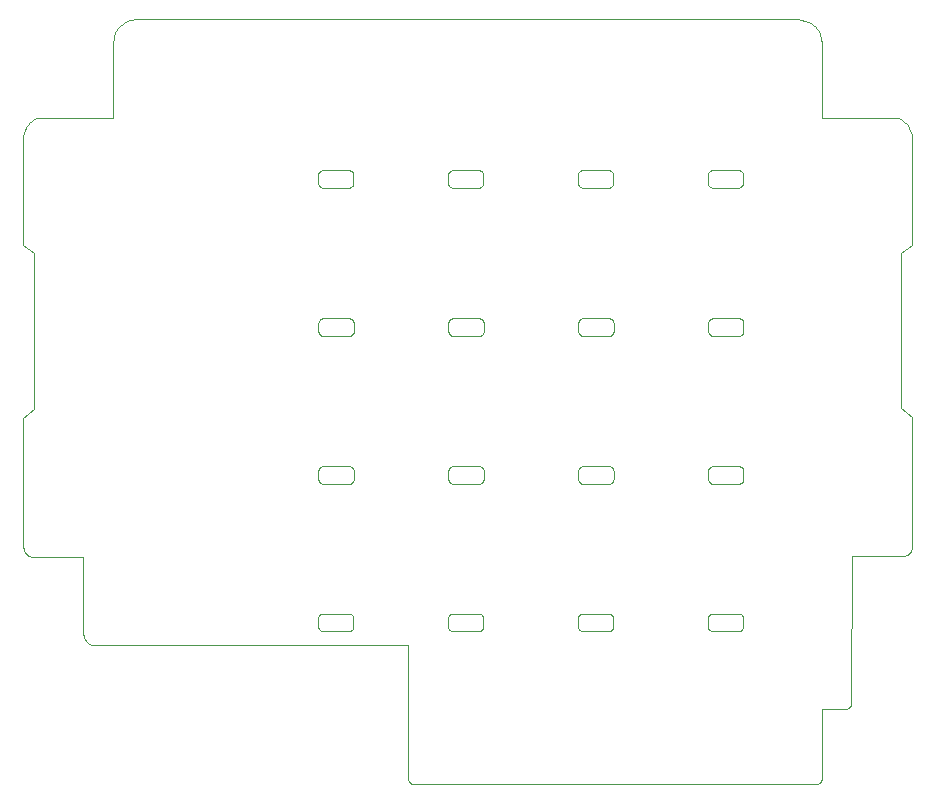
<source format=gbr>
%TF.GenerationSoftware,KiCad,Pcbnew,(6.0.2)*%
%TF.CreationDate,2024-01-19T20:32:51-05:00*%
%TF.ProjectId,top,746f702e-6b69-4636-9164-5f7063625858,rev?*%
%TF.SameCoordinates,Original*%
%TF.FileFunction,Profile,NP*%
%FSLAX46Y46*%
G04 Gerber Fmt 4.6, Leading zero omitted, Abs format (unit mm)*
G04 Created by KiCad (PCBNEW (6.0.2)) date 2024-01-19 20:32:51*
%MOMM*%
%LPD*%
G01*
G04 APERTURE LIST*
%TA.AperFunction,Profile*%
%ADD10C,0.100000*%
%TD*%
G04 APERTURE END LIST*
D10*
X158231481Y-119531572D02*
X158249674Y-119572626D01*
X150199000Y-81859968D02*
X150200243Y-81200867D01*
X169657552Y-93318440D02*
X169635089Y-93319023D01*
X185774369Y-113434225D02*
X185735739Y-113435239D01*
X160818298Y-93318400D02*
X158660001Y-93320999D01*
X136260481Y-94537972D02*
X136278674Y-94579026D01*
X111299216Y-112941204D02*
X111287874Y-112901562D01*
X149908581Y-93332952D02*
X149886771Y-93327587D01*
X169606826Y-119807855D02*
X171769974Y-119808999D01*
X111278564Y-112861446D02*
X111271281Y-112820810D01*
X172069354Y-82142241D02*
X172099517Y-82108975D01*
X186457216Y-112850984D02*
X186448213Y-112888483D01*
X178570152Y-132714618D02*
X178522559Y-132735111D01*
X139117646Y-105983375D02*
X139102236Y-105967034D01*
X139043569Y-118408271D02*
X139025802Y-118394531D01*
X147230302Y-106906387D02*
X147232642Y-106951244D01*
X185909266Y-76743129D02*
X185980848Y-76818999D01*
X161101317Y-82108975D02*
X161115058Y-82091209D01*
X150104983Y-80930696D02*
X150075036Y-80897234D01*
X150028496Y-94746086D02*
X150047037Y-94733411D01*
X111364175Y-113092572D02*
X111345083Y-113056025D01*
X136237853Y-106201477D02*
X136231000Y-106250070D01*
X172078414Y-107227450D02*
X172110269Y-107195801D01*
X136331888Y-82140225D02*
X136365155Y-82170388D01*
X136567612Y-119802891D02*
X136612226Y-119807855D01*
X158501360Y-80791737D02*
X158459415Y-80807761D01*
X172164777Y-106056070D02*
X172140408Y-106018352D01*
X160924016Y-118340652D02*
X160902882Y-118333046D01*
X186500995Y-87120092D02*
X185531000Y-87830507D01*
X158592231Y-105845893D02*
X158548302Y-105855186D01*
X161196098Y-81156010D02*
X161189099Y-81111653D01*
X136333930Y-80895986D02*
X136303766Y-80929247D01*
X169632152Y-80770840D02*
X169609689Y-80771423D01*
X150228999Y-106929878D02*
X150225644Y-106270670D01*
X136228536Y-81066313D02*
X136216675Y-81109619D01*
X160902882Y-80791846D02*
X160881381Y-80785352D01*
X169361992Y-118407246D02*
X169328530Y-118437186D01*
X161175876Y-94581561D02*
X161194338Y-94540627D01*
X150011842Y-105898518D02*
X149971924Y-105877949D01*
X147210653Y-118672877D02*
X147205684Y-118717489D01*
X172187299Y-118652853D02*
X172182075Y-118631009D01*
X136612226Y-119807855D02*
X138769980Y-119808999D01*
X147252805Y-118545452D02*
X147234343Y-118586382D01*
X169562212Y-82261691D02*
X169610081Y-82268999D01*
X172200145Y-107041695D02*
X172212005Y-106998385D01*
X136302629Y-106035266D02*
X136280005Y-106074052D01*
X136236143Y-118586382D02*
X136222041Y-118629011D01*
X172221450Y-106248133D02*
X172216777Y-106203541D01*
X160789912Y-94818999D02*
X160815268Y-94814466D01*
X178706444Y-69291369D02*
X178740414Y-69388845D01*
X136460398Y-82229310D02*
X136481107Y-82238007D01*
X161026696Y-94746086D02*
X161045237Y-94733411D01*
X147262151Y-82051187D02*
X147286518Y-82088906D01*
X138906482Y-80791846D02*
X138884981Y-80785352D01*
X138769980Y-119808999D02*
X138815983Y-119806295D01*
X136640032Y-118311000D02*
X136570431Y-118317293D01*
X120624377Y-68008498D02*
X120729274Y-68000204D01*
X158545541Y-107321906D02*
X158630118Y-107338999D01*
X172113258Y-82091209D02*
X172137871Y-82053651D01*
X158566831Y-118317293D02*
X158522902Y-118326586D01*
X171904981Y-93332952D02*
X171883171Y-93327587D01*
X147241842Y-82011136D02*
X147262151Y-82051187D01*
X150049402Y-93400931D02*
X150011842Y-93376318D01*
X169274605Y-106074052D02*
X169256143Y-106114982D01*
X185586297Y-76479770D02*
X185672084Y-76539199D01*
X149789968Y-80770999D02*
X147635752Y-80770840D01*
X158212438Y-119467001D02*
X158224013Y-119510389D01*
X136260481Y-107060172D02*
X136278674Y-107101226D01*
X178113940Y-68459861D02*
X178191579Y-68527888D01*
X150199653Y-118719573D02*
X150194977Y-118674941D01*
X158232543Y-118586382D02*
X158224936Y-118607513D01*
X147424980Y-94744525D02*
X147444081Y-94756341D01*
X161176545Y-119513095D02*
X161183040Y-119491594D01*
X119341969Y-68665653D02*
X119414130Y-68588999D01*
X149794726Y-107337240D02*
X149839583Y-107334895D01*
X111793068Y-113460744D02*
X111754823Y-113445469D01*
X116888903Y-120913073D02*
X116840136Y-120884953D01*
X172005719Y-107279978D02*
X172043437Y-107255611D01*
X116549064Y-120622498D02*
X116516065Y-120576890D01*
X161116808Y-118489752D02*
X161088646Y-118454775D01*
X161189099Y-81111653D02*
X161183875Y-81089809D01*
X161071154Y-82142241D02*
X161101317Y-82108975D01*
X172219293Y-106954076D02*
X172221194Y-106931715D01*
X150185675Y-118631009D02*
X150171851Y-118588284D01*
X138906482Y-118333046D02*
X138863171Y-118321187D01*
X169274605Y-93551852D02*
X169256143Y-93592782D01*
X143827310Y-132307099D02*
X143825349Y-132281345D01*
X158363792Y-80866046D02*
X158330330Y-80895986D01*
X169521102Y-118326586D02*
X169499560Y-118332937D01*
X158363792Y-118407246D02*
X158330330Y-118437186D01*
X143888619Y-132502553D02*
X143876664Y-132479657D01*
X178831000Y-76379000D02*
X185410192Y-76379018D01*
X169499560Y-118332937D02*
X169457615Y-118348961D01*
X150210240Y-107020194D02*
X150219827Y-106976325D01*
X171940270Y-119771688D02*
X171980319Y-119751378D01*
X171902182Y-94800473D02*
X171944906Y-94786650D01*
X116457492Y-120480784D02*
X116432080Y-120430552D01*
X150211075Y-106159609D02*
X150197251Y-106116884D01*
X111610801Y-113365536D02*
X111577606Y-113341162D01*
X169483015Y-105877561D02*
X169462726Y-105887190D01*
X147332130Y-118437186D02*
X147301966Y-118470447D01*
X171857771Y-118321187D02*
X171835711Y-118316966D01*
X161170051Y-81047084D02*
X161151855Y-81006030D01*
X116703600Y-120785736D02*
X116661794Y-120748037D01*
X160984642Y-80828718D02*
X160944724Y-80808149D01*
X161177255Y-106075830D02*
X161166577Y-106056070D01*
X169361992Y-80866046D02*
X169328530Y-80895986D01*
X111645272Y-113388253D02*
X111610801Y-113365536D01*
X147421166Y-80828063D02*
X147401990Y-80839752D01*
X158230999Y-94379997D02*
X158229091Y-94406701D01*
X150162041Y-82013735D02*
X150178345Y-81971895D01*
X116661794Y-120748037D02*
X116622029Y-120708190D01*
X147252136Y-106136113D02*
X147240275Y-106179419D01*
X136265411Y-118525764D02*
X136254605Y-118545452D01*
X178814490Y-132457165D02*
X178791736Y-132503608D01*
X160860052Y-94809774D02*
X160903982Y-94800473D01*
X172174745Y-119513095D02*
X172186605Y-119469785D01*
X136618099Y-93320776D02*
X136573745Y-93327767D01*
X160856738Y-82258096D02*
X160878582Y-82252873D01*
X147504707Y-107307807D02*
X147547341Y-107321906D01*
X172020402Y-80853331D02*
X171982842Y-80828718D01*
X169216641Y-81087811D02*
X169207053Y-81131677D01*
X185889072Y-113419118D02*
X185851153Y-113426148D01*
X169308318Y-107158706D02*
X169336479Y-107193684D01*
X185531000Y-87830507D02*
X185531000Y-100939502D01*
X111995011Y-76596627D02*
X112080408Y-76534076D01*
X139212875Y-106159609D02*
X139199051Y-106116884D01*
X139076836Y-80897234D02*
X139043569Y-80867071D01*
X171942924Y-80808149D02*
X171901082Y-80791846D01*
X177771578Y-68230363D02*
X177861508Y-68281041D01*
X161201945Y-107041695D02*
X161208440Y-107020194D01*
X136331888Y-119681425D02*
X136365155Y-119711588D01*
X161222994Y-94409516D02*
X161219000Y-93750006D01*
X149794726Y-94815040D02*
X149839583Y-94812695D01*
X147259743Y-106114982D02*
X147252136Y-106136113D01*
X158636833Y-93319028D02*
X158592231Y-93323693D01*
X169229042Y-94429044D02*
X169236038Y-94473401D01*
X139048837Y-94733411D02*
X139083814Y-94705250D01*
X161170051Y-118588284D02*
X161161488Y-118567520D01*
X139143271Y-82053651D02*
X139163841Y-82013735D01*
X150067169Y-105936871D02*
X150049402Y-105923131D01*
X171901082Y-118333046D02*
X171857771Y-118321187D01*
X111209004Y-87090092D02*
X111219000Y-78149998D01*
X150088469Y-82126001D02*
X150116858Y-82091209D01*
X147458598Y-82229310D02*
X147479307Y-82238007D01*
X139118658Y-119632409D02*
X139143271Y-119594851D01*
X136662952Y-105840640D02*
X136618099Y-105842976D01*
X158659352Y-105840640D02*
X158636889Y-105841223D01*
X178657803Y-132659856D02*
X178615386Y-132689443D01*
X169216641Y-118629011D02*
X169207053Y-118672877D01*
X160990351Y-93365513D02*
X160949416Y-93347052D01*
X120314124Y-68066284D02*
X120416462Y-68041590D01*
X149948506Y-107308850D02*
X149969270Y-107300288D01*
X136385248Y-80852425D02*
X136367392Y-80866046D01*
X172080596Y-105951519D02*
X172063569Y-105936871D01*
X169609689Y-80771423D02*
X169565031Y-80776093D01*
X111262946Y-112738844D02*
X111261900Y-112697600D01*
X177948705Y-68336288D02*
X178032895Y-68395928D01*
X158564012Y-119802891D02*
X158608626Y-119807855D01*
X178293498Y-132764644D02*
X144360067Y-132761000D01*
X158208853Y-118672877D02*
X158203884Y-118717488D01*
X161007519Y-94757778D02*
X161026696Y-94746086D01*
X158520141Y-119793306D02*
X158564012Y-119802891D01*
X178032895Y-68395928D02*
X178113940Y-68459861D01*
X161139671Y-119594851D02*
X161160241Y-119554935D01*
X116990488Y-120961404D02*
X116939083Y-120938587D01*
X138948324Y-80808149D02*
X138906482Y-80791846D01*
X169584462Y-119805955D02*
X169606826Y-119807855D01*
X144002000Y-132641680D02*
X143964692Y-132606193D01*
X147591212Y-107331491D02*
X147640082Y-107338999D01*
X161073236Y-80897234D02*
X161039969Y-80867071D01*
X169248536Y-93613913D02*
X169236675Y-93657219D01*
X147205684Y-118717489D02*
X147201000Y-119379894D01*
X158425590Y-105909552D02*
X158407048Y-105922225D01*
X158636889Y-105841223D02*
X158592231Y-105845893D01*
X160925525Y-94794118D02*
X160967470Y-94778088D01*
X147220241Y-81087811D02*
X147210653Y-81131677D01*
X139043569Y-80867071D02*
X139025802Y-80853331D01*
X169227296Y-106928963D02*
X169231962Y-106973514D01*
X138888571Y-93327587D02*
X138844317Y-93320308D01*
X149904682Y-80791846D02*
X149883181Y-80785352D01*
X147241842Y-119552336D02*
X147262151Y-119592387D01*
X136301042Y-94617964D02*
X136313718Y-94636506D01*
X158548302Y-93332986D02*
X158505579Y-93346802D01*
X177680316Y-68189051D02*
X177771578Y-68230363D01*
X172140408Y-106018352D02*
X172112246Y-105983375D01*
X158407048Y-105922225D02*
X158389192Y-105935846D01*
X147461215Y-80807761D02*
X147421166Y-80828063D01*
X178853251Y-132307326D02*
X178845428Y-132358447D01*
X160837511Y-80775766D02*
X160789966Y-80770999D01*
X144360067Y-132761000D02*
X144333361Y-132764601D01*
X150166871Y-94601251D02*
X150187441Y-94561335D01*
X119049062Y-69099651D02*
X119096489Y-69006845D01*
X147638689Y-93319023D02*
X147594031Y-93323693D01*
X186392959Y-113032447D02*
X186374508Y-113066430D01*
X111754823Y-113445469D02*
X111717310Y-113428234D01*
X172069354Y-119683441D02*
X172084869Y-119667201D01*
X149969270Y-107300288D02*
X150009319Y-107279978D01*
X147225813Y-81969189D02*
X147241842Y-82011136D01*
X136236143Y-81045182D02*
X136228536Y-81066313D01*
X178845428Y-132358447D02*
X178839570Y-132383720D01*
X169543741Y-107321906D02*
X169587612Y-107331491D01*
X111407757Y-113162489D02*
X111385094Y-113128104D01*
X185754616Y-76602986D02*
X185833788Y-76671057D01*
X147613594Y-94812379D02*
X147640121Y-94818999D01*
X111623829Y-76971920D02*
X111689901Y-76889217D01*
X111266073Y-112779908D02*
X111262946Y-112738844D01*
X120416462Y-68041590D02*
X120520010Y-68022303D01*
X111271281Y-112820810D02*
X111266073Y-112779908D01*
X181157721Y-126269571D02*
X181113985Y-126300313D01*
X119096489Y-69006845D02*
X119151045Y-68916808D01*
X158229285Y-93723885D02*
X158230999Y-94379997D01*
X111268823Y-77733852D02*
X111295087Y-77631362D01*
X172115008Y-118489752D02*
X172086846Y-118454775D01*
X147418681Y-82208741D02*
X147458598Y-82229310D01*
X178778588Y-132525972D02*
X178749040Y-132568478D01*
X111485859Y-113258276D02*
X111458251Y-113227719D01*
X139205545Y-94519495D02*
X139217405Y-94476185D01*
X158330330Y-118437186D02*
X158300166Y-118470447D01*
X158240042Y-82011136D02*
X158260351Y-82051187D01*
X158265442Y-107080936D02*
X158285751Y-107120987D01*
X158284718Y-82088906D02*
X158298342Y-82106762D01*
X136261543Y-93592782D02*
X136253936Y-93613913D01*
X139186640Y-119491594D02*
X139196227Y-119447725D01*
X150056614Y-82157650D02*
X150072954Y-82142241D01*
X158224013Y-81969189D02*
X158240042Y-82011136D01*
X147267242Y-94558736D02*
X147287551Y-94598787D01*
X158566831Y-80776093D02*
X158522902Y-80785386D01*
X172139377Y-80986270D02*
X172115008Y-80948552D01*
X169236038Y-94473401D02*
X169241260Y-94495246D01*
X149930082Y-93339446D02*
X149908581Y-93332952D01*
X150166871Y-107123451D02*
X150187441Y-107083535D01*
X171926482Y-93339446D02*
X171904981Y-93332952D01*
X150005543Y-118381735D02*
X149966751Y-118359113D01*
X161165071Y-94601251D02*
X161175876Y-94581561D01*
X111405880Y-77334012D02*
X111453110Y-77239278D01*
X150215605Y-94476185D02*
X150222924Y-94431719D01*
X158228502Y-106906388D02*
X158230842Y-106951244D01*
X161045237Y-107255611D02*
X161080214Y-107227450D01*
X111911942Y-113494753D02*
X111871776Y-113485435D01*
X111363726Y-77431111D02*
X111405880Y-77334012D01*
X169524960Y-105861537D02*
X169483015Y-105877561D01*
X169297229Y-106035266D02*
X169274605Y-106074052D01*
X169546502Y-93332986D02*
X169524960Y-93339337D01*
X139163841Y-119554935D02*
X139180145Y-119513095D01*
X158328288Y-119681425D02*
X158361555Y-119711588D01*
X138799955Y-80770999D02*
X136637552Y-80770840D01*
X150082014Y-94705250D02*
X150098354Y-94689841D01*
X139058414Y-82157650D02*
X139074754Y-82142241D01*
X149905782Y-107322673D02*
X149948506Y-107308850D01*
X171965670Y-107300288D02*
X172005719Y-107279978D01*
X111295087Y-77631362D02*
X111326748Y-77530354D01*
X136357288Y-107210025D02*
X136390555Y-107240188D01*
X161198999Y-118740026D02*
X161193177Y-118674941D01*
X169480398Y-94776910D02*
X169501107Y-94785607D01*
X158482198Y-107299110D02*
X158502907Y-107307807D01*
X160982119Y-119751378D02*
X161019837Y-119727011D01*
X171835983Y-94812695D02*
X171880338Y-94805696D01*
X147342015Y-93459823D02*
X147327366Y-93476847D01*
X172158441Y-82013735D02*
X172174745Y-81971895D01*
X116516065Y-120576890D02*
X116485513Y-120529609D01*
X147252805Y-81004252D02*
X147243040Y-81024476D01*
X136573745Y-93327767D02*
X136530360Y-93339337D01*
X111326748Y-77530354D02*
X111363726Y-77431111D01*
X158386955Y-94717988D02*
X158423180Y-94744525D01*
X161160241Y-82013735D02*
X161176545Y-81971895D01*
X180861625Y-126380502D02*
X180834821Y-126381253D01*
X111952528Y-113502024D02*
X111911942Y-113494753D01*
X169359755Y-119711588D02*
X169395980Y-119738125D01*
X161056996Y-118422919D02*
X161039969Y-118408271D01*
X158217660Y-81947646D02*
X158224013Y-81969189D01*
X139133085Y-118508293D02*
X139120408Y-118489752D01*
X139180855Y-93553630D02*
X139170177Y-93533870D01*
X150075036Y-80897234D02*
X150041769Y-80867071D01*
X178824876Y-69792316D02*
X178832855Y-69895234D01*
X144156670Y-132732824D02*
X144109316Y-132712475D01*
X139180145Y-81971895D02*
X139186640Y-81950394D01*
X136465572Y-107289346D02*
X136485798Y-107299110D01*
X169437326Y-80817390D02*
X169398390Y-80839752D01*
X111453110Y-77239278D02*
X111505256Y-77147219D01*
X136527640Y-107315412D02*
X136570952Y-107327270D01*
X147300829Y-106035266D02*
X147278205Y-106074052D01*
X172099517Y-82108975D02*
X172113258Y-82091209D01*
X172198999Y-81859898D02*
X172196644Y-81200869D01*
X186480228Y-77945440D02*
X186488381Y-78049429D01*
X169610081Y-82268999D02*
X171765726Y-82267440D01*
X158498640Y-119786812D02*
X158520141Y-119793306D01*
X172063569Y-105936871D02*
X172027343Y-105910335D01*
X169207053Y-81131677D02*
X169203984Y-81153939D01*
X136426780Y-94744525D02*
X136465572Y-94767146D01*
X139011119Y-94757778D02*
X139048837Y-94733411D01*
X161065369Y-105936871D02*
X161047602Y-105923131D01*
X186137446Y-113316237D02*
X186104565Y-113336388D01*
X150128517Y-107178775D02*
X150142258Y-107161009D01*
X118829028Y-69999762D02*
X119049062Y-69099651D01*
X136403790Y-118380952D02*
X136367392Y-118407246D01*
X147565812Y-119802891D02*
X147610426Y-119807855D01*
X138882182Y-82252873D02*
X138924906Y-82239050D01*
X161166577Y-93533870D02*
X161142208Y-93496152D01*
X180834821Y-126381253D02*
X178851000Y-126361010D01*
X169201000Y-81180056D02*
X169201301Y-81836586D01*
X147240275Y-106179419D02*
X147232987Y-106223720D01*
X139145808Y-106018352D02*
X139117646Y-105983375D01*
X136429190Y-93387352D02*
X136392792Y-93413646D01*
X147390992Y-93413646D02*
X147357530Y-93443586D01*
X172183841Y-107083535D02*
X172200145Y-107041695D01*
X158630118Y-107338999D02*
X160792926Y-107337240D01*
X139011119Y-107279978D02*
X139048837Y-107255611D01*
X181349924Y-125957075D02*
X181336889Y-126008921D01*
X116939083Y-120938587D02*
X116888903Y-120913073D01*
X138985719Y-82210178D02*
X139004896Y-82198486D01*
X147288225Y-118488211D02*
X147263611Y-118525764D01*
X138991359Y-94768455D02*
X139011119Y-94757778D01*
X111432161Y-113195724D02*
X111407757Y-113162489D01*
X185410192Y-76379018D02*
X185497529Y-76424895D01*
X111834689Y-76734861D02*
X111913041Y-76663605D01*
X150142977Y-118527470D02*
X150118608Y-118489752D01*
X138931882Y-105861646D02*
X138888571Y-105849787D01*
X136422966Y-118369263D02*
X136403790Y-118380952D01*
X161129485Y-118508293D02*
X161116808Y-118489752D01*
X172150055Y-81006030D02*
X172139377Y-80986270D01*
X136530360Y-93339337D02*
X136488415Y-93355361D01*
X169215860Y-81947646D02*
X169222213Y-81969189D01*
X111913041Y-76663605D02*
X111995011Y-76596627D01*
X139145808Y-93496152D02*
X139117646Y-93461175D01*
X161022202Y-80853331D02*
X160984642Y-80828718D01*
X139155455Y-81006030D02*
X139144777Y-80986270D01*
X139120408Y-118489752D02*
X139092246Y-118454775D01*
X136615288Y-94812359D02*
X136640130Y-94818999D01*
X143848015Y-132407894D02*
X143835104Y-132357996D01*
X169635089Y-93319023D02*
X169590431Y-93323693D01*
X143825349Y-132281345D02*
X143828999Y-121001000D01*
X169231962Y-106973514D02*
X169241260Y-107017446D01*
X161208440Y-94497994D02*
X161218027Y-94454125D01*
X172018037Y-119727011D02*
X172053014Y-119698850D01*
X169398390Y-118380952D02*
X169361992Y-118407246D01*
X147268440Y-93572076D02*
X147259743Y-93592782D01*
X158249413Y-107038989D02*
X158265442Y-107080936D01*
X136341879Y-94671484D02*
X136357288Y-94687825D01*
X147635752Y-80770840D02*
X147590899Y-80773176D01*
X136390555Y-94717988D02*
X136426780Y-94744525D01*
X139144058Y-94638809D02*
X139168671Y-94601251D01*
X139173651Y-118588284D02*
X139165088Y-118567520D01*
X136367392Y-118407246D02*
X136333930Y-118437186D01*
X169230743Y-118586382D02*
X169216641Y-118629011D01*
X144109316Y-132712475D02*
X144064306Y-132687467D01*
X150144008Y-106018352D02*
X150130383Y-106000496D01*
X147357530Y-93443586D02*
X147342015Y-93459823D01*
X136206702Y-81836590D02*
X136209042Y-81881444D01*
X149819966Y-105840999D02*
X147661152Y-105840640D01*
X147204901Y-81836583D02*
X147207242Y-81881444D01*
X160789966Y-80770999D02*
X158633952Y-80770840D01*
X111385094Y-113128104D02*
X111364175Y-113092572D01*
X158407048Y-93400025D02*
X158372071Y-93428180D01*
X147236053Y-93679277D02*
X147232985Y-93701536D01*
X136315425Y-106016811D02*
X136302629Y-106035266D01*
X171982842Y-80828718D02*
X171942924Y-80808149D01*
X147521941Y-82252106D02*
X147543752Y-82257470D01*
X172024896Y-94746086D02*
X172043437Y-94733411D01*
X139187475Y-118631009D02*
X139173651Y-118588284D01*
X147300142Y-119647962D02*
X147330088Y-119681425D01*
X117043104Y-120981514D02*
X116990488Y-120961404D01*
X136210999Y-119379994D02*
X136207295Y-119400356D01*
X158272042Y-119611564D02*
X158298342Y-119647962D01*
X149883938Y-107327896D02*
X149905782Y-107322673D01*
X138796526Y-107337240D02*
X138841383Y-107334895D01*
X169423790Y-105909552D02*
X169387392Y-105935846D01*
X172124917Y-94656575D02*
X172138658Y-94638809D01*
X161071154Y-119683441D02*
X161086669Y-119667201D01*
X171816497Y-105840600D02*
X169635080Y-105841224D01*
X186448213Y-112888483D02*
X186437247Y-112925510D01*
X111312551Y-112980221D02*
X111299216Y-112941204D01*
X158459415Y-118348961D02*
X158419366Y-118369263D01*
X150130383Y-106000496D02*
X150100436Y-105967034D01*
X161141177Y-118527470D02*
X161129485Y-118508293D01*
X169568345Y-105849967D02*
X169524960Y-105861537D01*
X169206562Y-119444914D02*
X169215860Y-119488846D01*
X147590899Y-80773176D02*
X147568631Y-80776093D01*
X138885738Y-107327896D02*
X138907582Y-107322673D01*
X161029143Y-93388135D02*
X160990351Y-93365513D01*
X119414130Y-68588999D02*
X119490222Y-68516246D01*
X116389359Y-120326427D02*
X116372168Y-120272823D01*
X161142208Y-106018352D02*
X161128583Y-106000496D01*
X111222955Y-78047841D02*
X111232695Y-77942434D01*
X158203101Y-81836585D02*
X158205442Y-81881444D01*
X169229398Y-93701440D02*
X169230999Y-93720006D01*
X139163841Y-82013735D02*
X139180145Y-81971895D01*
X172112246Y-105983375D02*
X172080596Y-105951519D01*
X160792926Y-107337240D02*
X160837783Y-107334895D01*
X136523741Y-82252106D02*
X136545552Y-82257470D01*
X186170652Y-77067629D02*
X186224995Y-77156724D01*
X171980319Y-119751378D02*
X172018037Y-119727011D01*
X172164777Y-93533870D02*
X172140408Y-93496152D01*
X158285751Y-94598787D02*
X158297442Y-94617964D01*
X150088469Y-119667201D02*
X150116858Y-119632409D01*
X119653392Y-68383207D02*
X119739933Y-68323352D01*
X169385155Y-107240188D02*
X169421380Y-107266725D01*
X147440926Y-118358590D02*
X147401990Y-118380952D01*
X136242075Y-93657219D02*
X136231000Y-93720100D01*
X149836452Y-119803374D02*
X149880382Y-119794073D01*
X136468126Y-93364990D02*
X136429190Y-93387352D01*
X158416881Y-82208741D02*
X158456798Y-82229310D01*
X147325542Y-94654362D02*
X147355488Y-94687825D01*
X138985719Y-119751378D02*
X139023437Y-119727011D01*
X150118608Y-118489752D02*
X150090446Y-118454775D01*
X158265442Y-94558736D02*
X158285751Y-94598787D01*
X172219000Y-106270003D02*
X172221450Y-106248133D01*
X136367392Y-80866046D02*
X136333930Y-80895986D01*
X139227444Y-106270669D02*
X139225098Y-106225810D01*
X169338415Y-105982023D02*
X169323766Y-105999047D01*
X136570952Y-94805070D02*
X136615288Y-94812359D01*
X149880382Y-119794073D02*
X149901925Y-119787718D01*
X171854938Y-82258096D02*
X171876782Y-82252873D01*
X149986442Y-80828718D02*
X149946524Y-80808149D01*
X186470994Y-101649897D02*
X186471000Y-112699981D01*
X136523741Y-119793306D02*
X136567612Y-119802891D01*
X161096554Y-107212041D02*
X161126717Y-107178775D01*
X186199949Y-113270822D02*
X186169271Y-113294364D01*
X161114046Y-93461175D02*
X161082396Y-93429319D01*
X139051202Y-93400931D02*
X139013642Y-93376318D01*
X136278674Y-107101226D02*
X136301042Y-107140164D01*
X161183875Y-118631009D02*
X161170051Y-118588284D01*
X185497529Y-76424895D02*
X185586297Y-76479770D01*
X139144058Y-107161009D02*
X139168671Y-107123451D01*
X177861508Y-68281041D02*
X177948705Y-68336288D01*
X169421380Y-107266725D02*
X169460172Y-107289346D01*
X169385155Y-94717988D02*
X169421380Y-94744525D01*
X150197251Y-93594684D02*
X150179055Y-93553630D01*
X150170738Y-119534227D02*
X150184840Y-119491594D01*
X161192627Y-81906525D02*
X161198999Y-81859932D01*
X158251005Y-81004252D02*
X158241240Y-81024476D01*
X161166577Y-106056070D02*
X161142208Y-106018352D01*
X181113985Y-126300313D02*
X181090936Y-126314017D01*
X136662952Y-93318440D02*
X136618099Y-93320776D01*
X136390555Y-107240188D02*
X136426780Y-107266725D01*
X169630039Y-118311000D02*
X169565031Y-118317293D01*
X147661152Y-93318440D02*
X147638689Y-93319023D01*
X150142977Y-80986270D02*
X150118608Y-80948552D01*
X160921306Y-119780250D02*
X160942070Y-119771688D01*
X139144777Y-80986270D02*
X139120408Y-80948552D01*
X169587612Y-107331491D02*
X169632226Y-107336455D01*
X111248003Y-77837639D02*
X111268823Y-77733852D01*
X185531000Y-100939502D02*
X186470994Y-101649897D01*
X150178345Y-81971895D02*
X150190205Y-81928585D01*
X150152276Y-119575161D02*
X150170738Y-119534227D01*
X139196777Y-118674941D02*
X139187475Y-118631009D01*
X147259743Y-93592782D02*
X147245641Y-93635411D01*
X147262151Y-119592387D02*
X147273842Y-119611564D01*
X150152276Y-82033961D02*
X150162041Y-82013735D01*
X171791126Y-94815040D02*
X171835983Y-94812695D01*
X172175455Y-93553630D02*
X172164777Y-93533870D01*
X161139671Y-82053651D02*
X161160241Y-82013735D01*
X158323742Y-94654362D02*
X158353688Y-94687825D01*
X172043437Y-107255611D02*
X172078414Y-107227450D01*
X150116858Y-82091209D02*
X150141471Y-82053651D01*
X150222924Y-94431719D02*
X150228999Y-94409866D01*
X147543752Y-82257470D02*
X147610095Y-82268999D01*
X116330000Y-76379000D02*
X118829000Y-76379000D01*
X149883181Y-118326552D02*
X149839311Y-118316966D01*
X172078414Y-94705250D02*
X172094754Y-94689841D01*
X158230842Y-106951244D02*
X158237838Y-106995601D01*
X160970124Y-105877949D02*
X160928282Y-105861646D01*
X171810583Y-82265095D02*
X171854938Y-82258096D01*
X147399580Y-82196925D02*
X147418681Y-82208741D01*
X149839583Y-107334895D02*
X149883938Y-107327896D01*
X160942070Y-119771688D02*
X160982119Y-119751378D01*
X147214238Y-119467001D02*
X147225813Y-119510389D01*
X149791792Y-82266852D02*
X149836452Y-82262174D01*
X150168377Y-93533870D02*
X150144008Y-93496152D01*
X150225644Y-106270670D02*
X150223298Y-106225810D01*
X147332130Y-80895986D02*
X147316615Y-80912223D01*
X161039969Y-118408271D02*
X161022202Y-118394531D01*
X169395980Y-82196925D02*
X169415081Y-82208741D01*
X158461972Y-94767146D02*
X158502907Y-94785607D01*
X147640121Y-94818999D02*
X149794726Y-94815040D01*
X161080214Y-94705250D02*
X161112069Y-94673601D01*
X186374508Y-113066430D02*
X186354330Y-113099356D01*
X161045237Y-94733411D02*
X161080214Y-94705250D01*
X138885738Y-94805696D02*
X138907582Y-94800473D01*
X161219000Y-106929992D02*
X161223843Y-106270664D01*
X147466326Y-105887190D02*
X147427390Y-105909552D01*
X150041769Y-80867071D02*
X150024002Y-80853331D01*
X136429190Y-105909552D02*
X136392792Y-105935846D01*
X147210162Y-119444914D02*
X147214238Y-119467001D01*
X136231000Y-106250070D02*
X136232687Y-106928852D01*
X136301942Y-82106762D02*
X136331888Y-82140225D01*
X150056614Y-119698850D02*
X150088469Y-119667201D01*
X147234343Y-81045182D02*
X147220241Y-81087811D01*
X158299029Y-106035266D02*
X158276405Y-106074052D01*
X186283868Y-113191182D02*
X186257285Y-113219194D01*
X169499560Y-80791737D02*
X169457615Y-80807761D01*
X136573745Y-105849967D02*
X136530360Y-105861537D01*
X111287874Y-112901562D02*
X111278564Y-112861446D01*
X158224013Y-119510389D02*
X158231481Y-119531572D01*
X120834540Y-67997435D02*
X176830000Y-67999000D01*
X147365592Y-118407246D02*
X147332130Y-118437186D01*
X139051202Y-105923131D02*
X139013642Y-105898518D01*
X169353930Y-93443586D02*
X169323766Y-93476847D01*
X161183040Y-81950394D02*
X161192627Y-81906525D01*
X158505579Y-93346802D02*
X158464526Y-93364990D01*
X169249205Y-81004252D02*
X169239440Y-81024476D01*
X172195795Y-119403111D02*
X172198999Y-118740069D01*
X144333361Y-132764601D02*
X144281888Y-132761957D01*
X169230999Y-93720006D02*
X169226702Y-94384190D01*
X181360999Y-125820004D02*
X181359468Y-125877422D01*
X138884981Y-80785352D02*
X138841111Y-80775766D01*
X171965670Y-94778088D02*
X172005719Y-94757778D01*
X139068969Y-93414671D02*
X139051202Y-93400931D01*
X158285751Y-107120987D02*
X158310118Y-107158706D01*
X171879581Y-80785352D02*
X171835711Y-80775766D01*
X169460172Y-107289346D02*
X169501107Y-107307807D01*
X169270242Y-119611564D02*
X169296542Y-119647962D01*
X158355730Y-105965786D02*
X158325566Y-105999047D01*
X158477507Y-82238007D02*
X158520141Y-82252106D01*
X158257943Y-93592782D02*
X158243841Y-93635411D01*
X171947616Y-105869252D02*
X171904981Y-105855152D01*
X178791736Y-132503608D02*
X178778588Y-132525972D01*
X139199051Y-93594684D02*
X139180855Y-93553630D01*
X136375671Y-93428180D02*
X136359330Y-93443586D01*
X169632226Y-107336455D02*
X171789951Y-107338999D01*
X147547341Y-107321906D02*
X147591212Y-107331491D01*
X139218099Y-106181453D02*
X139212875Y-106159609D01*
X147661152Y-105840640D02*
X147638689Y-105841223D01*
X136481107Y-82238007D02*
X136523741Y-82252106D01*
X185812867Y-113431192D02*
X185774369Y-113434225D01*
X116409348Y-120379052D02*
X116389359Y-120326427D01*
X147205465Y-119400088D02*
X147210162Y-119444914D01*
X158436572Y-119760746D02*
X158456798Y-119770510D01*
X147365592Y-80866046D02*
X147332130Y-80895986D01*
X136485798Y-107299110D02*
X136527640Y-107315412D01*
X171876782Y-82252873D02*
X171919506Y-82239050D01*
X186274620Y-77248531D02*
X186319411Y-77342848D01*
X136301042Y-107140164D02*
X136313718Y-107158706D01*
X139144777Y-118527470D02*
X139133085Y-118508293D01*
X169222213Y-81969189D02*
X169238242Y-82011136D01*
X150179055Y-106075830D02*
X150168377Y-106056070D01*
X147220241Y-118629011D02*
X147210653Y-118672877D01*
X161022202Y-118394531D02*
X160984642Y-118369918D01*
X147232987Y-106223720D02*
X147230999Y-106250038D01*
X139115669Y-94673601D02*
X139144058Y-94638809D01*
X186354330Y-113099356D02*
X186332487Y-113131139D01*
X161140458Y-107161009D02*
X161165071Y-107123451D01*
X150098354Y-107212041D02*
X150128517Y-107178775D01*
X136280005Y-106074052D02*
X136261543Y-106114982D01*
X136570431Y-80776093D02*
X136526502Y-80785386D01*
X180992929Y-126356533D02*
X180967175Y-126364000D01*
X150222918Y-106953942D02*
X150228999Y-106929878D01*
X158260351Y-82051187D02*
X158284718Y-82088906D01*
X169609977Y-94812375D02*
X169630159Y-94818999D01*
X158325566Y-105999047D02*
X158311825Y-106016811D01*
X169543741Y-94799706D02*
X169587612Y-94809291D01*
X169475707Y-119779207D02*
X169518341Y-119793306D01*
X161088646Y-118454775D02*
X161056996Y-118422919D01*
X144230996Y-132754132D02*
X144181107Y-132741190D01*
X169203984Y-81153939D02*
X169201000Y-81180056D01*
X172183841Y-94561335D02*
X172200145Y-94519495D01*
X169308318Y-94636506D02*
X169321942Y-94654362D01*
X178793062Y-69588400D02*
X178811600Y-69689948D01*
X161197595Y-119403112D02*
X161198999Y-118740026D01*
X178855219Y-132281418D02*
X178853251Y-132307326D01*
X160903982Y-107322673D02*
X160946706Y-107308850D01*
X169521102Y-80785386D02*
X169499560Y-80791737D01*
X144281888Y-132761957D02*
X144230996Y-132754132D01*
X158231186Y-93701525D02*
X158229285Y-93723885D01*
X158400190Y-80839752D02*
X158363792Y-80866046D01*
X138993951Y-105887713D02*
X138953016Y-105869252D01*
X172182075Y-81089809D02*
X172168251Y-81047084D01*
X136302629Y-93513066D02*
X136280005Y-93551852D01*
X160882138Y-107327896D02*
X160903982Y-107322673D01*
X150190205Y-81928585D02*
X150197492Y-81884287D01*
X139106783Y-80930696D02*
X139076836Y-80897234D01*
X172158441Y-119554935D02*
X172174745Y-119513095D01*
X161007519Y-107279978D02*
X161026696Y-107268286D01*
X158423180Y-94744525D02*
X158461972Y-94767146D01*
X136526502Y-80785386D02*
X136504960Y-80791737D01*
X161082396Y-93429319D02*
X161065369Y-93414671D01*
X136570431Y-118317293D02*
X136526502Y-118326586D01*
X111505256Y-77147219D02*
X111562253Y-77057957D01*
X172138658Y-94638809D02*
X172163271Y-94601251D01*
X160928282Y-105861646D02*
X160906781Y-105855152D01*
X120520010Y-68022303D02*
X120624377Y-68008498D01*
X172207475Y-93637409D02*
X172193651Y-93594684D01*
X149836452Y-82262174D02*
X149880382Y-82252873D01*
X158397780Y-82196925D02*
X158416881Y-82208741D01*
X160903982Y-94800473D02*
X160925525Y-94794118D01*
X119490222Y-68516246D02*
X119570077Y-68447563D01*
X138988242Y-80828718D02*
X138948324Y-80808149D01*
X147278205Y-93551852D02*
X147268440Y-93572076D01*
X169202085Y-118717487D02*
X169201000Y-119379978D01*
X138838252Y-119803374D02*
X138882182Y-119794073D01*
X158311825Y-106016811D02*
X158299029Y-106035266D01*
X172053014Y-82157650D02*
X172069354Y-82142241D01*
X161039969Y-80867071D02*
X161022202Y-80853331D01*
X139058414Y-119698850D02*
X139074754Y-119683441D01*
X185963648Y-113399135D02*
X185926622Y-113410103D01*
X147390992Y-105935846D02*
X147357530Y-105965786D01*
X172005719Y-94757778D02*
X172024896Y-94746086D01*
X169417566Y-118369263D02*
X169398390Y-118380952D01*
X186048445Y-76898577D02*
X186111737Y-76981488D01*
X119829546Y-68268102D02*
X119921941Y-68217642D01*
X111717310Y-113428234D02*
X111680807Y-113409168D01*
X150049402Y-105923131D02*
X150011842Y-105898518D01*
X169227485Y-106246083D02*
X169230999Y-106909994D01*
X147244860Y-107017446D02*
X147251213Y-107038989D01*
X147287551Y-107120987D02*
X147311918Y-107158706D01*
X147466326Y-93364990D02*
X147427390Y-93387352D01*
X111760253Y-76810124D02*
X111834689Y-76734861D01*
X143835104Y-132357996D02*
X143827310Y-132307099D01*
X161128583Y-106000496D02*
X161098636Y-105967034D01*
X161209275Y-93637409D02*
X161195451Y-93594684D01*
X139013642Y-105898518D02*
X138993951Y-105887713D01*
X147207562Y-81154058D02*
X147201000Y-81180121D01*
X158233762Y-94451314D02*
X158237838Y-94473401D01*
X150210240Y-94497994D02*
X150215605Y-94476185D01*
X186491105Y-78153779D02*
X186500995Y-87120092D01*
X150197251Y-106116884D02*
X150179055Y-106075830D01*
X147251213Y-94516789D02*
X147267242Y-94558736D01*
X169247613Y-107038989D02*
X169263642Y-107080936D01*
X158548302Y-105855186D02*
X158526760Y-105861537D01*
X150168377Y-106056070D02*
X150144008Y-106018352D01*
X144042745Y-132673245D02*
X144002000Y-132641680D01*
X120729274Y-68000204D02*
X120834540Y-67997435D01*
X139192005Y-81928585D02*
X139199287Y-81884324D01*
X138907582Y-107322673D02*
X138950306Y-107308850D01*
X172168251Y-81047084D02*
X172150055Y-81006030D01*
X150130383Y-93478296D02*
X150100436Y-93444834D01*
X160815268Y-94814466D02*
X160860052Y-94809774D01*
X139201194Y-119403115D02*
X139199000Y-118740003D01*
X172038169Y-80867071D02*
X172020402Y-80853331D01*
X149842518Y-93320308D02*
X147661152Y-93318440D01*
X186409561Y-112997639D02*
X186392959Y-113032447D01*
X147610426Y-119807855D02*
X149791783Y-119808052D01*
X186437247Y-112925510D02*
X186424339Y-112961962D01*
X147640030Y-118311000D02*
X147568631Y-118317293D01*
X112034495Y-113510355D02*
X111993431Y-113507230D01*
X172140408Y-93496152D02*
X172126783Y-93478296D01*
X116333171Y-119882975D02*
X116338999Y-113511000D01*
X150187441Y-94561335D02*
X150203745Y-94519495D01*
X136365155Y-82170388D02*
X136401380Y-82196925D01*
X158502907Y-94785607D02*
X158545541Y-94799706D01*
X147524702Y-80785386D02*
X147503160Y-80791737D01*
X171883171Y-93327587D02*
X171838921Y-93320308D01*
X178811600Y-69689948D02*
X178824876Y-69792316D01*
X149839311Y-80775766D02*
X149789968Y-80770999D01*
X150047037Y-107255611D02*
X150082014Y-107227450D01*
X138991359Y-107290655D02*
X139011119Y-107279978D01*
X158608626Y-119807855D02*
X160769976Y-119808999D01*
X171944906Y-94786650D02*
X171965670Y-94778088D01*
X178265607Y-68599829D02*
X178335826Y-68675492D01*
X172194298Y-81156010D02*
X172187299Y-81111653D01*
X171880338Y-107327896D02*
X171902182Y-107322673D01*
X160878582Y-82252873D02*
X160921306Y-82239050D01*
X161165071Y-107123451D02*
X161185641Y-107083535D01*
X160837783Y-107334895D02*
X160882138Y-107327896D01*
X158232543Y-81045182D02*
X158218441Y-81087811D01*
X169323766Y-105999047D02*
X169297229Y-106035266D01*
X147483998Y-107299110D02*
X147504707Y-107307807D01*
X111545649Y-113315107D02*
X111515015Y-113287432D01*
X136468126Y-105887190D02*
X136429190Y-105909552D01*
X149883938Y-94805696D02*
X149905782Y-94800473D01*
X178769313Y-69487943D02*
X178793062Y-69588400D01*
X158564012Y-82261691D02*
X158610088Y-82268999D01*
X143964692Y-132606193D02*
X143947382Y-132587023D01*
X150194977Y-118674941D02*
X150185675Y-118631009D01*
X186469301Y-112774675D02*
X186464262Y-112812962D01*
X186224995Y-77156724D02*
X186274620Y-77248531D01*
X160906781Y-93332952D02*
X160862911Y-93323366D01*
X169475707Y-82238007D02*
X169518341Y-82252106D01*
X171880338Y-94805696D02*
X171902182Y-94800473D01*
X136263951Y-119592387D02*
X136275642Y-119611564D01*
X160946706Y-107308850D02*
X160967470Y-107300288D01*
X169359755Y-82170388D02*
X169395980Y-82196925D01*
X158456798Y-82229310D02*
X158477507Y-82238007D01*
X139187475Y-81089809D02*
X139173651Y-81047084D01*
X158522902Y-118326586D02*
X158501360Y-118332937D01*
X147219460Y-81947646D02*
X147225813Y-81969189D01*
X171902182Y-107322673D02*
X171944906Y-107308850D01*
X147275429Y-80965466D02*
X147252805Y-81004252D01*
X150009319Y-107279978D02*
X150028496Y-107268286D01*
X138796526Y-94815040D02*
X138841383Y-94812695D01*
X172212699Y-93659253D02*
X172207475Y-93637409D01*
X147230999Y-106250038D02*
X147230302Y-106906387D01*
X147479307Y-82238007D02*
X147521941Y-82252106D01*
X158386955Y-107240188D02*
X158423180Y-107266725D01*
X139104917Y-82108975D02*
X139118658Y-82091209D01*
X150223298Y-106225810D02*
X150216299Y-106181453D01*
X172150055Y-118547230D02*
X172139377Y-118527470D01*
X181251610Y-126174703D02*
X181216976Y-126215493D01*
X169565031Y-80776093D02*
X169521102Y-80785386D01*
X169249205Y-118545452D02*
X169230743Y-118586382D01*
X169230999Y-106909994D02*
X169227296Y-106928963D01*
X158298342Y-82106762D02*
X158328288Y-82140225D01*
X139217405Y-106998385D02*
X139228999Y-106929912D01*
X147273842Y-119611564D02*
X147300142Y-119647962D01*
X158298342Y-119647962D02*
X158312879Y-119665084D01*
X143828999Y-121001000D02*
X117100000Y-121001000D01*
X160767526Y-82267440D02*
X160812383Y-82265095D01*
X158660001Y-93320999D02*
X158636833Y-93319028D01*
X116329893Y-119939144D02*
X116333171Y-119882975D01*
X158273629Y-80965466D02*
X158251005Y-81004252D01*
X111345083Y-113056025D02*
X111327846Y-113018512D01*
X119273940Y-68745997D02*
X119341969Y-68665653D01*
X169226702Y-94384190D02*
X169229042Y-94429044D01*
X185980848Y-76818999D02*
X186048445Y-76898577D01*
X136618099Y-105842976D02*
X136573745Y-105849967D01*
X169590431Y-105845893D02*
X169568345Y-105849967D01*
X136637552Y-80770840D02*
X136615089Y-80771423D01*
X147504707Y-94785607D02*
X147547341Y-94799706D01*
X150197898Y-81156010D02*
X150190899Y-81111653D01*
X161112069Y-94673601D02*
X161140458Y-94638809D01*
X178851000Y-126361010D02*
X178851000Y-132259902D01*
X181295362Y-126107461D02*
X181267357Y-126152998D01*
X186488381Y-78049429D02*
X186491105Y-78153779D01*
X147201000Y-81180121D02*
X147204901Y-81836583D01*
X169242041Y-106157611D02*
X169232453Y-106201477D01*
X138841383Y-107334895D02*
X138885738Y-107327896D01*
X172216777Y-106203541D02*
X172212699Y-106181453D01*
X158238475Y-106179419D02*
X158231191Y-106223686D01*
X139199051Y-106116884D02*
X139180855Y-106075830D01*
X158310118Y-107158706D02*
X158323742Y-107176562D01*
X178740414Y-69388845D02*
X178769313Y-69487943D01*
X160769976Y-119808999D02*
X160834652Y-119803374D01*
X158312879Y-119665084D02*
X158328288Y-119681425D01*
X139117646Y-93461175D02*
X139102236Y-93444834D01*
X171791097Y-118312000D02*
X169630039Y-118311000D01*
X158297442Y-94617964D02*
X158323742Y-94654362D01*
X169263642Y-94558736D02*
X169283951Y-94598787D01*
X171838921Y-93320308D02*
X169657552Y-93318440D01*
X147444081Y-94756341D02*
X147483998Y-94776910D01*
X136303766Y-118470447D02*
X136290025Y-118488211D01*
X181354462Y-125930647D02*
X181349924Y-125957075D01*
X186423428Y-77637790D02*
X186447701Y-77739288D01*
X178345166Y-132767172D02*
X178293498Y-132764644D01*
X149943870Y-119771688D02*
X149983919Y-119751378D01*
X136481107Y-119779207D02*
X136523741Y-119793306D01*
X161086669Y-119667201D02*
X161115058Y-119632409D01*
X158213075Y-118650819D02*
X158208853Y-118672877D01*
X158456798Y-119770510D02*
X158498640Y-119786812D01*
X136403790Y-80839752D02*
X136385248Y-80852425D01*
X160967470Y-107300288D02*
X161007519Y-107279978D01*
X143947382Y-132587023D02*
X143915846Y-132546256D01*
X160944724Y-80808149D02*
X160902882Y-80791846D01*
X169232453Y-106201477D02*
X169227485Y-106246083D01*
X111515015Y-113287432D02*
X111485859Y-113258276D01*
X111562253Y-77057957D02*
X111623829Y-76971920D01*
X161221081Y-106954161D02*
X161219000Y-106929992D01*
X112179000Y-100989516D02*
X112179000Y-87810503D01*
X172055196Y-118422919D02*
X172020402Y-118394531D01*
X136420481Y-82208741D02*
X136460398Y-82229310D01*
X178473185Y-132750671D02*
X178422492Y-132761162D01*
X161010042Y-105898518D02*
X160970124Y-105877949D01*
X139192699Y-81111653D02*
X139187475Y-81089809D01*
X160881381Y-80785352D02*
X160837511Y-80775766D01*
X158353688Y-107210025D02*
X158386955Y-107240188D01*
X147408848Y-105922225D02*
X147390992Y-105935846D01*
X136313718Y-94636506D02*
X136341879Y-94671484D01*
X147355488Y-94687825D02*
X147388755Y-94717988D01*
X138815983Y-82265095D02*
X138860338Y-82258096D01*
X171988551Y-105887713D02*
X171947616Y-105869252D01*
X150144008Y-93496152D02*
X150130383Y-93478296D01*
X161183040Y-119491594D02*
X161192627Y-119447725D01*
X139218099Y-93659253D02*
X139212875Y-93637409D01*
X171922216Y-118340652D02*
X171901082Y-118333046D01*
X181359468Y-125877422D02*
X181354462Y-125930647D01*
X160792897Y-118312000D02*
X158630043Y-118311000D01*
X169326488Y-82140225D02*
X169359755Y-82170388D01*
X147503160Y-118332937D02*
X147461215Y-118348961D01*
X158502907Y-107307807D02*
X158545541Y-107321906D01*
X139004896Y-82198486D02*
X139023437Y-82185811D01*
X186393911Y-77537745D02*
X186423428Y-77637790D01*
X161115058Y-82091209D02*
X161139671Y-82053651D01*
X158611489Y-80771423D02*
X158566831Y-80776093D01*
X147232642Y-94429044D02*
X147239638Y-94473401D01*
X169630159Y-94818999D02*
X171791126Y-94815040D01*
X139074754Y-82142241D02*
X139104917Y-82108975D01*
X178835516Y-69998400D02*
X178831000Y-76379000D01*
X111327846Y-113018512D02*
X111312551Y-112980221D01*
X136359330Y-105965786D02*
X136343815Y-105982023D01*
X150024002Y-80853331D02*
X149986442Y-80828718D01*
X149839311Y-118316966D02*
X149794697Y-118312000D01*
X169518341Y-119793306D02*
X169562212Y-119802891D01*
X147388755Y-94717988D02*
X147424980Y-94744525D01*
X169351888Y-94687825D02*
X169385155Y-94717988D01*
X116329575Y-119995384D02*
X116329893Y-119939144D01*
X138841111Y-80775766D02*
X138799955Y-80770999D01*
X161185641Y-107083535D02*
X161201945Y-107041695D01*
X147550102Y-105855186D02*
X147528560Y-105861537D01*
X139225098Y-93703610D02*
X139218099Y-93659253D01*
X169405248Y-93400025D02*
X169387392Y-93413646D01*
X150228999Y-94409866D02*
X150225644Y-93748470D01*
X147479307Y-119779207D02*
X147521941Y-119793306D01*
X161161488Y-118567520D02*
X161141177Y-118527470D01*
X149791783Y-119808052D02*
X149836452Y-119803374D01*
X158205442Y-81881444D02*
X158212438Y-81925801D01*
X161140458Y-94638809D02*
X161165071Y-94601251D01*
X149969270Y-94778088D02*
X150009319Y-94757778D01*
X136227613Y-119510389D02*
X136243642Y-119552336D01*
X147568631Y-118317293D02*
X147524702Y-118326586D01*
X161160241Y-119554935D02*
X161176545Y-119513095D01*
X172138658Y-107161009D02*
X172163271Y-107123451D01*
X136253936Y-93613913D02*
X136242075Y-93657219D01*
X138818861Y-118313900D02*
X138796497Y-118312000D01*
X116792916Y-120854305D02*
X116747334Y-120821181D01*
X169238242Y-82011136D02*
X169258551Y-82051187D01*
X172196644Y-81200869D02*
X172194298Y-81156010D01*
X119570077Y-68447563D02*
X119653392Y-68383207D01*
X111689901Y-76889217D02*
X111760253Y-76810124D01*
X147594031Y-93323693D02*
X147550102Y-93332986D01*
X172181240Y-81950394D02*
X172186605Y-81928585D01*
X171769974Y-119808999D02*
X171832852Y-119803374D01*
X116346363Y-120163272D02*
X116337821Y-120107630D01*
X150118608Y-80948552D02*
X150104983Y-80930696D01*
X172110269Y-107195801D02*
X172138658Y-107161009D01*
X149983919Y-119751378D02*
X150003096Y-119739686D01*
X158243841Y-93635411D02*
X158234253Y-93679277D01*
X149901925Y-82246518D02*
X149943870Y-82230488D01*
X161019837Y-119727011D02*
X161054814Y-119698850D01*
X169387392Y-93413646D02*
X169353930Y-93443586D01*
X111259004Y-101719900D02*
X112179000Y-100989516D01*
X160834652Y-119803374D02*
X160878582Y-119794073D01*
X139118658Y-82091209D02*
X139143271Y-82053651D01*
X158484815Y-105877561D02*
X158464526Y-105887190D01*
X172200145Y-94519495D02*
X172206640Y-94497994D01*
X136207485Y-118717483D02*
X136210999Y-119379994D01*
X169297229Y-93513066D02*
X169274605Y-93551852D01*
X178839570Y-132383720D02*
X178824104Y-132433070D01*
X158361555Y-119711588D02*
X158397780Y-119738125D01*
X111261900Y-112697600D02*
X111259004Y-101719900D01*
X186257285Y-113219194D02*
X186229273Y-113245776D01*
X150216299Y-93659253D02*
X150211075Y-93637409D01*
X172174745Y-81971895D02*
X172181240Y-81950394D01*
X172018037Y-82185811D02*
X172053014Y-82157650D01*
X139143271Y-119594851D02*
X139163841Y-119554935D01*
X171980319Y-82210178D02*
X171999496Y-82198486D01*
X149864711Y-105845566D02*
X149819966Y-105840999D01*
X136222041Y-118629011D02*
X136212453Y-118672877D01*
X139199287Y-81884324D02*
X139202043Y-81200865D01*
X138968551Y-118359113D02*
X138927616Y-118340652D01*
X161151855Y-81006030D02*
X161141177Y-80986270D01*
X136488415Y-93355361D02*
X136468126Y-93364990D01*
X172086846Y-118454775D02*
X172055196Y-118422919D01*
X158501360Y-118332937D02*
X158459415Y-118348961D01*
X158237838Y-106995601D02*
X158243060Y-107017446D01*
X171940270Y-82230488D02*
X171980319Y-82210178D01*
X147239638Y-94473401D02*
X147244860Y-94495246D01*
X161001296Y-82198486D02*
X161019837Y-82185811D01*
X178575070Y-69011241D02*
X178623662Y-69102315D01*
X161195451Y-93594684D02*
X161177255Y-93553630D01*
X172096836Y-93444834D02*
X172063569Y-93414671D01*
X143915846Y-132546256D02*
X143888619Y-132502553D01*
X138950306Y-94786650D02*
X138991359Y-94768455D01*
X180967175Y-126364000D02*
X180914845Y-126374932D01*
X136465572Y-94767146D02*
X136485798Y-94776910D01*
X111832085Y-113474080D02*
X111793068Y-113460744D01*
X172182075Y-118631009D02*
X172168251Y-118588284D01*
X161183875Y-81089809D02*
X161170051Y-81047084D01*
X169423790Y-93387352D02*
X169405248Y-93400025D01*
X169203642Y-81881444D02*
X169210638Y-81925801D01*
X150072954Y-82142241D02*
X150088469Y-82126001D01*
X169311079Y-119665084D02*
X169326488Y-119681425D01*
X147214238Y-81925801D02*
X147219460Y-81947646D01*
X136545552Y-82257470D02*
X136610103Y-82268999D01*
X136488415Y-105877561D02*
X136468126Y-105887190D01*
X181090936Y-126314017D02*
X181042990Y-126337778D01*
X158201000Y-81180089D02*
X158203101Y-81836585D01*
X136610103Y-82268999D02*
X138771126Y-82267440D01*
X150219827Y-106976325D02*
X150222918Y-106953942D01*
X172113258Y-119632409D02*
X172137871Y-119594851D01*
X139228999Y-106929912D02*
X139227444Y-106270669D01*
X150041769Y-118408271D02*
X150005543Y-118381735D01*
X186111737Y-76981488D02*
X186170652Y-77067629D01*
X158241240Y-81024476D02*
X158232543Y-81045182D01*
X158633952Y-80770840D02*
X158611489Y-80771423D01*
X150190899Y-81111653D02*
X150185675Y-81089809D01*
X169501107Y-107307807D02*
X169543741Y-107321906D01*
X136527640Y-94793212D02*
X136570952Y-94805070D01*
X150021637Y-119727011D02*
X150056614Y-119698850D01*
X158520141Y-82252106D02*
X158564012Y-82261691D01*
X147245641Y-93635411D02*
X147236053Y-93679277D01*
X150082014Y-107227450D02*
X150098354Y-107212041D01*
X149839583Y-94812695D02*
X149883938Y-94805696D01*
X136216038Y-119467001D02*
X136227613Y-119510389D01*
X136401380Y-119738125D02*
X136420481Y-119749941D01*
X169387392Y-105935846D02*
X169353930Y-105965786D01*
X158423180Y-107266725D02*
X158442281Y-107278541D01*
X136243642Y-82011136D02*
X136263951Y-82051187D01*
X169562212Y-119802891D02*
X169584462Y-119805955D01*
X116332220Y-120051616D02*
X116329575Y-119995384D01*
X172137871Y-119594851D02*
X172158441Y-119554935D01*
X147461215Y-118348961D02*
X147440926Y-118358590D01*
X147610095Y-82268999D02*
X149769326Y-82267440D01*
X161054814Y-82157650D02*
X161071154Y-82142241D01*
X158237838Y-94473401D02*
X158249413Y-94516789D01*
X160862911Y-105845566D02*
X160819963Y-105840999D01*
X158231191Y-106223686D02*
X158228502Y-106906388D01*
X172201120Y-106138066D02*
X172185088Y-106096120D01*
X147230302Y-94384187D02*
X147232642Y-94429044D01*
X138950306Y-107308850D02*
X138991359Y-107290655D01*
X147424980Y-107266725D02*
X147444081Y-107278541D01*
X138844317Y-93320308D02*
X136662952Y-93318440D01*
X139189241Y-107083535D02*
X139205545Y-107041695D01*
X139092246Y-118454775D02*
X139060596Y-118422919D01*
X161142208Y-93496152D02*
X161114046Y-93461175D01*
X169326488Y-119681425D02*
X169359755Y-119711588D01*
X181267357Y-126152998D02*
X181251610Y-126174703D01*
X147210653Y-81131677D02*
X147207562Y-81154058D01*
X136420481Y-119749941D02*
X136440172Y-119760746D01*
X172219698Y-93703610D02*
X172212699Y-93659253D01*
X139173651Y-81047084D02*
X139155455Y-81006030D01*
X139060596Y-118422919D02*
X139043569Y-118408271D01*
X161221498Y-106225810D02*
X161214499Y-106181453D01*
X147263611Y-118525764D02*
X147252805Y-118545452D01*
X169296542Y-119647962D02*
X169311079Y-119665084D01*
X169283951Y-94598787D02*
X169308318Y-94636506D01*
X172045802Y-93400931D02*
X172008242Y-93376318D01*
X169328530Y-118437186D02*
X169298366Y-118470447D01*
X160984642Y-118369918D02*
X160964951Y-118359113D01*
X147355488Y-107210025D02*
X147388755Y-107240188D01*
X136254605Y-118545452D02*
X136236143Y-118586382D01*
X169462726Y-105887190D02*
X169423790Y-105909552D01*
X136440172Y-119760746D02*
X136481107Y-119779207D01*
X139090269Y-119667201D02*
X139118658Y-119632409D01*
X169351888Y-107210025D02*
X169385155Y-107240188D01*
X136343815Y-105982023D02*
X136315425Y-106016811D01*
X120016910Y-68172090D02*
X120114096Y-68131617D01*
X161198999Y-81859932D02*
X161198444Y-81200868D01*
X136333930Y-118437186D02*
X136303766Y-118470447D01*
X181216976Y-126215493D02*
X181178419Y-126252524D01*
X139023437Y-82185811D02*
X139058414Y-82157650D01*
X169241260Y-107017446D02*
X169247613Y-107038989D01*
X160982119Y-82210178D02*
X161001296Y-82198486D01*
X180914845Y-126374932D02*
X180861625Y-126380502D01*
X169298366Y-118470447D02*
X169284625Y-118488211D01*
X158314815Y-80912223D02*
X158300166Y-80929247D01*
X169336479Y-107193684D02*
X169351888Y-107210025D01*
X172139377Y-118527470D02*
X172115008Y-118489752D01*
X172221194Y-106931715D02*
X172219000Y-106270003D01*
X136392792Y-105935846D02*
X136359330Y-105965786D01*
X169256143Y-106114982D02*
X169242041Y-106157611D01*
X138953016Y-93347052D02*
X138931882Y-93339446D01*
X150153655Y-81006030D02*
X150142977Y-80986270D01*
X147232642Y-106951244D02*
X147239638Y-106995601D01*
X186000099Y-113386225D02*
X185963648Y-113399135D01*
X150211075Y-93637409D02*
X150197251Y-93594684D01*
X172185088Y-106096120D02*
X172164777Y-106056070D01*
X160906781Y-105855152D02*
X160862911Y-105845566D01*
X147357530Y-105965786D02*
X147327366Y-105999047D01*
X136277229Y-80965466D02*
X136254605Y-81004252D01*
X150142258Y-107161009D02*
X150166871Y-107123451D01*
X139025802Y-80853331D02*
X138988242Y-80828718D01*
X169283951Y-107120987D02*
X169308318Y-107158706D01*
X150098354Y-94689841D02*
X150128517Y-94656575D01*
X186472329Y-112736114D02*
X186469301Y-112774675D01*
X136247441Y-106157611D02*
X136237853Y-106201477D01*
X161223843Y-106270664D02*
X161221498Y-106225810D01*
X158610088Y-82268999D02*
X160767526Y-82267440D01*
X161176545Y-81971895D02*
X161183040Y-81950394D01*
X158328288Y-82140225D02*
X158361555Y-82170388D01*
X172193651Y-93594684D02*
X172175455Y-93553630D01*
X169298366Y-80929247D02*
X169271829Y-80965466D01*
X147399580Y-119738125D02*
X147438372Y-119760746D01*
X136254605Y-81004252D02*
X136236143Y-81045182D01*
X147547341Y-94799706D02*
X147591212Y-94809291D01*
X136231000Y-93720100D02*
X136232687Y-94406652D01*
X169457615Y-80807761D02*
X169437326Y-80817390D01*
X138841383Y-94812695D02*
X138885738Y-94805696D01*
X169313015Y-80912223D02*
X169298366Y-80929247D01*
X138907582Y-94800473D02*
X138950306Y-94786650D01*
X158224936Y-118607513D02*
X158213075Y-118650819D01*
X150203745Y-94519495D02*
X150210240Y-94497994D01*
X139196227Y-119447725D02*
X139201194Y-119403115D01*
X150200243Y-81200867D02*
X150197898Y-81156010D01*
X172137871Y-82053651D02*
X172158441Y-82013735D01*
X160949416Y-93347052D02*
X160906781Y-93332952D01*
X172027343Y-105910335D02*
X171988551Y-105887713D01*
X169241260Y-94495246D02*
X169247613Y-94516789D01*
X112080408Y-76534076D02*
X112168948Y-76476157D01*
X158353688Y-94687825D02*
X158386955Y-94717988D01*
X158257943Y-106114982D02*
X158250336Y-106136113D01*
X147327366Y-105999047D02*
X147313625Y-106016811D01*
X158243060Y-107017446D02*
X158249413Y-107038989D01*
X178715347Y-132607780D02*
X178677855Y-132643476D01*
X181042990Y-126337778D02*
X180992929Y-126356533D01*
X138924906Y-82239050D02*
X138945670Y-82230488D01*
X147401990Y-118380952D02*
X147365592Y-118407246D01*
X169215860Y-119488846D02*
X169222213Y-119510389D01*
X178191579Y-68527888D02*
X178265607Y-68599829D01*
X139202043Y-81200865D02*
X139199698Y-81156010D01*
X158459415Y-80807761D02*
X158439126Y-80817390D01*
X172094754Y-94689841D02*
X172124917Y-94656575D01*
X143856366Y-132432336D02*
X143848015Y-132407894D01*
X158311825Y-93494611D02*
X158299029Y-93513066D01*
X161080214Y-107227450D02*
X161096554Y-107212041D01*
X160921306Y-82239050D02*
X160942070Y-82230488D01*
X158419366Y-118369263D02*
X158400190Y-118380952D01*
X111577606Y-113341162D02*
X111545649Y-113315107D01*
X178522559Y-132735111D02*
X178473185Y-132750671D01*
X171861111Y-105845566D02*
X171816497Y-105840600D01*
X147401990Y-80839752D02*
X147365592Y-80866046D01*
X172063569Y-93414671D02*
X172045802Y-93400931D01*
X149908581Y-105855152D02*
X149864711Y-105845566D01*
X178335826Y-68675492D02*
X178402051Y-68754675D01*
X158330330Y-80895986D02*
X158314815Y-80912223D01*
X147640082Y-107338999D02*
X149794726Y-107337240D01*
X169201000Y-119379978D02*
X169203642Y-119422644D01*
X158372071Y-93428180D02*
X158340215Y-93459823D01*
X116432080Y-120430552D02*
X116409348Y-120379052D01*
X150028496Y-107268286D02*
X150047037Y-107255611D01*
X149971924Y-93355749D02*
X149930082Y-93339446D01*
X169353930Y-105965786D02*
X169338415Y-105982023D01*
X147286518Y-82088906D02*
X147300142Y-82106762D01*
X158276405Y-106074052D02*
X158257943Y-106114982D01*
X147325542Y-107176562D02*
X147355488Y-107210025D01*
X147225813Y-119510389D02*
X147241842Y-119552336D01*
X147444081Y-107278541D02*
X147483998Y-107299110D01*
X150197492Y-81884287D02*
X150199000Y-81859968D01*
X139168671Y-94601251D02*
X139189241Y-94561335D01*
X116357823Y-120218387D02*
X116346363Y-120163272D01*
X169247613Y-94516789D02*
X169263642Y-94558736D01*
X161192627Y-119447725D02*
X161197595Y-119403112D01*
X158464526Y-93364990D02*
X158444766Y-93375663D01*
X158340215Y-93459823D02*
X158311825Y-93494611D01*
X147311918Y-107158706D02*
X147325542Y-107176562D01*
X169565031Y-118317293D02*
X169521102Y-118326586D01*
X171982842Y-118369918D02*
X171963151Y-118359113D01*
X136615089Y-80771423D02*
X136570431Y-80776093D01*
X136365155Y-119711588D02*
X136401380Y-119738125D01*
X158218441Y-81087811D02*
X158208853Y-81131677D01*
X169239440Y-81024476D02*
X169230743Y-81045182D01*
X147313625Y-106016811D02*
X147300829Y-106035266D01*
X139227444Y-93748469D02*
X139225098Y-93703610D01*
X139199000Y-118740003D02*
X139201450Y-118719529D01*
X136243642Y-119552336D02*
X136263951Y-119592387D01*
X136209042Y-81881444D02*
X136216038Y-81925801D01*
X161198444Y-81200868D02*
X161196098Y-81156010D01*
X186104565Y-113336388D02*
X186070583Y-113354840D01*
X147232985Y-93701536D02*
X147230999Y-93720053D01*
X139013642Y-93376318D02*
X138993951Y-93365513D01*
X185672084Y-76539199D02*
X185754616Y-76602986D01*
X136463015Y-118348961D02*
X136422966Y-118369263D01*
X161213805Y-106998385D02*
X161221081Y-106954161D01*
X116584418Y-120666305D02*
X116549064Y-120622498D01*
X169395980Y-119738125D02*
X169434772Y-119760746D01*
X136570952Y-107327270D02*
X136640088Y-107338999D01*
X158592231Y-93323693D02*
X158548302Y-93332986D01*
X147528560Y-93339337D02*
X147486615Y-93355361D01*
X169454998Y-119770510D02*
X169475707Y-119779207D01*
X161026696Y-107268286D02*
X161045237Y-107255611D01*
X172212005Y-94476185D02*
X172219286Y-94431925D01*
X136278674Y-94579026D02*
X136301042Y-94617964D01*
X139083814Y-94705250D02*
X139115669Y-94673601D01*
X111680807Y-113409168D02*
X111645272Y-113388253D01*
X147243040Y-81024476D02*
X147234343Y-81045182D01*
X144064306Y-132687467D02*
X144042745Y-132673245D01*
X138988242Y-118369918D02*
X138968551Y-118359113D01*
X169263642Y-107080936D02*
X169283951Y-107120987D01*
X169454998Y-82229310D02*
X169475707Y-82238007D01*
X161115058Y-119632409D02*
X161139671Y-119594851D01*
X178667492Y-69195774D02*
X178706444Y-69291369D01*
X150021637Y-82185811D02*
X150056614Y-82157650D01*
X143876664Y-132479657D02*
X143856366Y-132432336D01*
X161214499Y-106181453D02*
X161209275Y-106159609D01*
X136526502Y-118326586D02*
X136504960Y-118332937D01*
X160812383Y-82265095D02*
X160856738Y-82258096D01*
X158397780Y-119738125D02*
X158436572Y-119760746D01*
X138931882Y-93339446D02*
X138888571Y-93327587D01*
X139025802Y-118394531D02*
X138988242Y-118369918D01*
X150199394Y-119403113D02*
X150199653Y-118719573D01*
X169236675Y-93657219D02*
X169229398Y-93701440D01*
X172071436Y-80897234D02*
X172038169Y-80867071D01*
X161193177Y-118674941D02*
X161183875Y-118631009D01*
X169415081Y-82208741D02*
X169454998Y-82229310D01*
X172212005Y-106998385D02*
X172219293Y-106954076D01*
X150203745Y-107041695D02*
X150210240Y-107020194D01*
X149983919Y-82210178D02*
X150021637Y-82185811D01*
X160964951Y-118359113D02*
X160924016Y-118340652D01*
X138771126Y-82267440D02*
X138815983Y-82265095D01*
X160819963Y-105840999D02*
X158659352Y-105840640D01*
X161218577Y-93681341D02*
X161209275Y-93637409D01*
X169421380Y-94744525D02*
X169440481Y-94756341D01*
X169434772Y-119760746D02*
X169454998Y-119770510D01*
X112168948Y-76476157D02*
X112260518Y-76422947D01*
X172212699Y-106181453D02*
X172201120Y-106138066D01*
X160815261Y-118313900D02*
X160792897Y-118312000D01*
X149930082Y-105861646D02*
X149908581Y-105855152D01*
X169457615Y-118348961D02*
X169417566Y-118369263D01*
X160862911Y-93323366D02*
X160818298Y-93318400D01*
X111219000Y-78149998D02*
X111222955Y-78047841D01*
X149883181Y-80785352D02*
X149839311Y-80775766D01*
X136207295Y-119400356D02*
X136209042Y-119422644D01*
X158464526Y-105887190D02*
X158425590Y-105909552D01*
X169258551Y-119592387D02*
X169270242Y-119611564D01*
X144181107Y-132741190D02*
X144156670Y-132732824D01*
X136442726Y-80817390D02*
X136403790Y-80839752D01*
X172174076Y-107103761D02*
X172183841Y-107083535D01*
X147234343Y-118586382D02*
X147220241Y-118629011D01*
X136280005Y-93551852D02*
X136261543Y-93592782D01*
X158249413Y-94516789D02*
X158265442Y-94558736D01*
X150067169Y-93414671D02*
X150049402Y-93400931D01*
X169321942Y-94654362D02*
X169351888Y-94687825D01*
X147239638Y-106995601D02*
X147244860Y-107017446D01*
X116338999Y-113511000D02*
X112080000Y-113511000D01*
X139083814Y-107227450D02*
X139115669Y-107195801D01*
X136392792Y-93413646D02*
X136375671Y-93428180D01*
X147300829Y-93513066D02*
X147278205Y-93551852D01*
X158442281Y-107278541D02*
X158482198Y-107299110D01*
X171835711Y-118316966D02*
X171791097Y-118312000D01*
X158444766Y-93375663D02*
X158407048Y-93400025D01*
X169282918Y-82088906D02*
X169296542Y-82106762D01*
X158323742Y-107176562D02*
X158353688Y-107210025D01*
X172008242Y-93376318D02*
X171968324Y-93355749D01*
X139228999Y-94409904D02*
X139227444Y-93748469D01*
X147483998Y-94776910D02*
X147504707Y-94785607D01*
X139205545Y-107041695D02*
X139217405Y-106998385D01*
X111232695Y-77942434D02*
X111248003Y-77837639D01*
X139180855Y-106075830D02*
X139170177Y-106056070D01*
X139201450Y-118719529D02*
X139196777Y-118674941D01*
X149966751Y-118359113D02*
X149925816Y-118340652D01*
X138953016Y-105869252D02*
X138931882Y-105861646D01*
X169310025Y-93494611D02*
X169297229Y-93513066D01*
X136301942Y-119647962D02*
X136331888Y-119681425D01*
X169284625Y-118488211D02*
X169260011Y-118525764D01*
X150047037Y-94733411D02*
X150082014Y-94705250D01*
X172053014Y-119698850D02*
X172069354Y-119683441D01*
X158439126Y-80817390D02*
X158400190Y-80839752D01*
X161098636Y-105967034D02*
X161065369Y-105936871D01*
X116622029Y-120708190D02*
X116584418Y-120666305D01*
X172206640Y-94497994D02*
X172212005Y-94476185D01*
X150142258Y-94638809D02*
X150166871Y-94601251D01*
X171968324Y-93355749D02*
X171926482Y-93339446D01*
X118829000Y-76379000D02*
X118829028Y-69999762D01*
X161103183Y-80930696D02*
X161073236Y-80897234D01*
X136426780Y-107266725D02*
X136465572Y-107289346D01*
X120213275Y-68096311D02*
X120314124Y-68066284D01*
X147316615Y-80912223D02*
X147301966Y-80929247D01*
X147251213Y-107038989D02*
X147267242Y-107080936D01*
X136246660Y-107017446D02*
X136260481Y-107060172D01*
X169590431Y-93323693D02*
X169546502Y-93332986D01*
X136288318Y-82088906D02*
X136301942Y-82106762D01*
X149925816Y-118340652D02*
X149883181Y-118326552D01*
X169328530Y-80895986D02*
X169313015Y-80912223D01*
X150171851Y-81047084D02*
X150153655Y-81006030D01*
X158634027Y-94814255D02*
X160789912Y-94818999D01*
X178464103Y-68837168D02*
X178521819Y-68922751D01*
X136359330Y-93443586D02*
X136329166Y-93476847D01*
X169518341Y-82252106D02*
X169562212Y-82261691D01*
X136357288Y-94687825D02*
X136390555Y-94717988D01*
X178521819Y-68922751D02*
X178575070Y-69011241D01*
X136290025Y-80947011D02*
X136277229Y-80965466D01*
X158526760Y-105861537D02*
X158484815Y-105877561D01*
X161218027Y-94454125D02*
X161222994Y-94409516D01*
X158630043Y-118311000D02*
X158566831Y-118317293D01*
X139168671Y-107123451D02*
X139189241Y-107083535D01*
X185735739Y-113435239D02*
X181420995Y-113431000D01*
X172043437Y-94733411D02*
X172078414Y-94705250D01*
X178832855Y-69895234D02*
X178835516Y-69998400D01*
X136530360Y-105861537D02*
X136488415Y-105877561D01*
X149905782Y-94800473D02*
X149948506Y-94786650D01*
X172198999Y-118740069D02*
X172191377Y-118674941D01*
X169524960Y-93339337D02*
X169483015Y-93355361D01*
X150116858Y-119632409D02*
X150141471Y-119594851D01*
X147528560Y-105861537D02*
X147486615Y-105877561D01*
X139170177Y-106056070D02*
X139145808Y-106018352D01*
X136640130Y-94818999D02*
X138796526Y-94815040D01*
X158203884Y-118717488D02*
X158201000Y-119379936D01*
X138927616Y-118340652D02*
X138906482Y-118333046D01*
X139165088Y-118567520D02*
X139144777Y-118527470D01*
X138945670Y-119771688D02*
X138985719Y-119751378D01*
X149946524Y-80808149D02*
X149904682Y-80791846D01*
X161177255Y-93553630D02*
X161166577Y-93533870D01*
X150171851Y-118588284D02*
X150153655Y-118547230D01*
X138844272Y-105842502D02*
X138819969Y-105840999D01*
X161141177Y-80986270D02*
X161116808Y-80948552D01*
X172219286Y-94431925D02*
X172222043Y-93748465D01*
X147330088Y-82140225D02*
X147363355Y-82170388D01*
X171835711Y-80775766D02*
X171789963Y-80770999D01*
X139212875Y-93637409D02*
X139199051Y-93594684D01*
X147311918Y-94636506D02*
X147325542Y-94654362D01*
X171789963Y-80770999D02*
X169632152Y-80770840D01*
X147438372Y-119760746D02*
X147479307Y-119779207D01*
X158208853Y-81131677D02*
X158205776Y-81153994D01*
X178824104Y-132433070D02*
X178814490Y-132457165D01*
X138863171Y-118321187D02*
X138818861Y-118313900D01*
X147301966Y-80929247D02*
X147275429Y-80965466D01*
X147278205Y-106074052D02*
X147259743Y-106114982D01*
X169440481Y-94756341D02*
X169480398Y-94776910D01*
X161126717Y-107178775D02*
X161140458Y-107161009D01*
X136216675Y-81109619D02*
X136209396Y-81153852D01*
X171904981Y-105855152D02*
X171861111Y-105845566D01*
X171835983Y-107334895D02*
X171880338Y-107327896D01*
X171919506Y-82239050D02*
X171940270Y-82230488D01*
X158249674Y-119572626D02*
X158272042Y-119611564D01*
X149943870Y-82230488D02*
X149964159Y-82220855D01*
X150141471Y-82053651D02*
X150152276Y-82033961D01*
X147568631Y-80776093D02*
X147524702Y-80785386D01*
X181336889Y-126008921D02*
X181328389Y-126034352D01*
X116747334Y-120821181D02*
X116703600Y-120785736D01*
X186332487Y-113131139D02*
X186308948Y-113161818D01*
X136463015Y-80807761D02*
X136442726Y-80817390D01*
X158201000Y-119379936D02*
X158208362Y-119444914D01*
X136275642Y-119611564D02*
X136301942Y-119647962D01*
X172191377Y-118674941D02*
X172187299Y-118652853D01*
X172187299Y-81111653D02*
X172182075Y-81089809D01*
X136313718Y-107158706D02*
X136341879Y-107193684D01*
X136640088Y-107338999D02*
X138796526Y-107337240D01*
X160942070Y-82230488D02*
X160982119Y-82210178D01*
X169260011Y-118525764D02*
X169249205Y-118545452D01*
X119921941Y-68217642D02*
X120016910Y-68172090D01*
X171963151Y-118359113D02*
X171922216Y-118340652D01*
X136246660Y-94495246D02*
X136260481Y-94537972D01*
X136209396Y-81153852D02*
X136210999Y-81180006D01*
X120114096Y-68131617D02*
X120213275Y-68096311D01*
X171765726Y-82267440D02*
X171810583Y-82265095D01*
X149769326Y-82267440D02*
X149791792Y-82266852D01*
X147486615Y-105877561D02*
X147466326Y-105887190D01*
X169635080Y-105841224D02*
X169590431Y-105845893D01*
X138815983Y-119806295D02*
X138838252Y-119803374D01*
X171876782Y-119794073D02*
X171919506Y-119780250D01*
X149901925Y-119787718D02*
X149943870Y-119771688D01*
X147524702Y-118326586D02*
X147503160Y-118332937D01*
X181307628Y-126083616D02*
X181295362Y-126107461D01*
X158212438Y-81925801D02*
X158217660Y-81947646D01*
X172163271Y-94601251D02*
X172183841Y-94561335D01*
X181328389Y-126034352D02*
X181307628Y-126083616D01*
X138860338Y-82258096D02*
X138882182Y-82252873D01*
X161223247Y-93725901D02*
X161218577Y-93681341D01*
X185926622Y-113410103D02*
X185889072Y-113419118D01*
X186359203Y-77439325D02*
X186393911Y-77537745D01*
X139189241Y-94561335D02*
X139205545Y-94519495D01*
X116372168Y-120272823D02*
X116357823Y-120218387D01*
X138819969Y-105840999D02*
X136662952Y-105840640D01*
X178422492Y-132761162D02*
X178396812Y-132764471D01*
X139170177Y-93533870D02*
X139145808Y-93496152D01*
X150011842Y-93376318D02*
X149971924Y-93355749D01*
X158251005Y-118545452D02*
X158232543Y-118586382D01*
X158250336Y-106136113D02*
X158238475Y-106179419D01*
X138945670Y-82230488D02*
X138985719Y-82210178D01*
X147594031Y-105845893D02*
X147550102Y-105855186D01*
X150184840Y-119491594D02*
X150194427Y-119447725D01*
X158545541Y-94799706D02*
X158589412Y-94809291D01*
X186035775Y-113371444D02*
X186000099Y-113386225D01*
X147207242Y-81881444D02*
X147214238Y-81925801D01*
X161054814Y-119698850D02*
X161071154Y-119683441D01*
X161019837Y-82185811D02*
X161054814Y-82157650D01*
X136329166Y-93476847D02*
X136302629Y-93513066D01*
X136237362Y-106973514D02*
X136246660Y-107017446D01*
X136237362Y-94451314D02*
X136246660Y-94495246D01*
X161209275Y-106159609D02*
X161195451Y-106116884D01*
X186308948Y-113161818D02*
X186283868Y-113191182D01*
X150128517Y-94656575D02*
X150142258Y-94638809D01*
X186447701Y-77739288D02*
X186466658Y-77841966D01*
X139048837Y-107255611D02*
X139083814Y-107227450D01*
X138882182Y-119794073D02*
X138924906Y-119780250D01*
X160967470Y-94778088D02*
X161007519Y-94757778D01*
X178615386Y-132689443D02*
X178570152Y-132714618D01*
X150179055Y-93553630D02*
X150168377Y-93533870D01*
X139074754Y-119683441D02*
X139090269Y-119667201D01*
X161047602Y-105923131D02*
X161010042Y-105898518D01*
X178402051Y-68754675D02*
X178464103Y-68837168D01*
X169587612Y-94809291D02*
X169609977Y-94812375D01*
X139068969Y-105936871D02*
X139051202Y-105923131D01*
X172020402Y-118394531D02*
X171982842Y-118369918D01*
X171999496Y-82198486D02*
X172018037Y-82185811D01*
X117100000Y-121001000D02*
X117043104Y-120981514D01*
X139120408Y-80948552D02*
X139106783Y-80930696D01*
X147521941Y-119793306D02*
X147565812Y-119802891D01*
X186070583Y-113354840D02*
X186035775Y-113371444D01*
X181420995Y-113431000D02*
X181360999Y-125820004D01*
X111458251Y-113227719D02*
X111432161Y-113195724D01*
X136221260Y-81947646D02*
X136227613Y-81969189D01*
X136504960Y-118332937D02*
X136463015Y-118348961D01*
X172222043Y-93748465D02*
X172219698Y-93703610D01*
X136401380Y-82196925D02*
X136420481Y-82208741D01*
X169296542Y-82106762D02*
X169326488Y-82140225D01*
X171789951Y-107338999D02*
X171835983Y-107334895D01*
X150090446Y-118454775D02*
X150058796Y-118422919D01*
X136303766Y-80929247D02*
X136290025Y-80947011D01*
X169222213Y-119510389D02*
X169238242Y-119552336D01*
X158522902Y-80785386D02*
X158501360Y-80791737D01*
X147300142Y-82106762D02*
X147330088Y-82140225D01*
X139102236Y-105967034D02*
X139068969Y-105936871D01*
X147427390Y-105909552D02*
X147408848Y-105922225D01*
X172190827Y-119447725D02*
X172195795Y-119403111D01*
X161116808Y-80948552D02*
X161103183Y-80930696D01*
X158361555Y-82170388D02*
X158397780Y-82196925D01*
X147327366Y-93476847D02*
X147300829Y-93513066D01*
X139023437Y-119727011D02*
X139058414Y-119698850D01*
X147201000Y-119379894D02*
X147205465Y-119400088D01*
X136261543Y-106114982D02*
X136247441Y-106157611D01*
X150100436Y-93444834D02*
X150067169Y-93414671D01*
X158300166Y-118470447D02*
X158273629Y-118506666D01*
X172126783Y-93478296D02*
X172096836Y-93444834D01*
X111993431Y-113507230D02*
X111952528Y-113502024D01*
X160859571Y-118321187D02*
X160815261Y-118313900D01*
X185851153Y-113426148D02*
X185812867Y-113431192D01*
X186169271Y-113294364D02*
X186137446Y-113316237D01*
X139115669Y-107195801D02*
X139144058Y-107161009D01*
X158276405Y-93551852D02*
X158257943Y-93592782D01*
X186424339Y-112961962D02*
X186409561Y-112997639D01*
X158300166Y-80929247D02*
X158273629Y-80965466D01*
X136232687Y-106928852D02*
X136237362Y-106973514D01*
X147301966Y-118470447D02*
X147288225Y-118488211D01*
X111871776Y-113485435D02*
X111832085Y-113474080D01*
X149880382Y-82252873D02*
X149901925Y-82246518D01*
X147550102Y-93332986D02*
X147528560Y-93339337D01*
X150003096Y-119739686D02*
X150021637Y-119727011D01*
X150058796Y-118422919D02*
X150041769Y-118408271D01*
X171919506Y-119780250D02*
X171940270Y-119771688D01*
X158208362Y-119444914D02*
X158212438Y-119467001D01*
X172101383Y-80930696D02*
X172071436Y-80897234D01*
X186471000Y-112699981D02*
X186472329Y-112736114D01*
X171832852Y-119803374D02*
X171876782Y-119794073D01*
X160902882Y-118333046D02*
X160859571Y-118321187D01*
X112354948Y-76374610D02*
X116330000Y-76379000D01*
X139180145Y-119513095D02*
X139186640Y-119491594D01*
X158400190Y-118380952D02*
X158363792Y-118407246D01*
X136504960Y-80791737D02*
X136463015Y-80807761D01*
X150225644Y-93748470D02*
X150223298Y-93703610D01*
X161219000Y-93750006D02*
X161223247Y-93725901D01*
X178677855Y-132643476D02*
X178657803Y-132659856D01*
X169201301Y-81836586D02*
X169203642Y-81881444D01*
X169501107Y-94785607D02*
X169543741Y-94799706D01*
X169271829Y-80965466D02*
X169249205Y-81004252D01*
X178851000Y-132259902D02*
X178855219Y-132281418D01*
X161194338Y-94540627D02*
X161208440Y-94497994D01*
X186319411Y-77342848D02*
X186359203Y-77439325D01*
X139102236Y-93444834D02*
X139068969Y-93414671D01*
X147363355Y-119711588D02*
X147399580Y-119738125D01*
X158205776Y-81153994D02*
X158201000Y-81180089D01*
X169398390Y-80839752D02*
X169361992Y-80866046D01*
X158589412Y-94809291D02*
X158634027Y-94814255D01*
X186466658Y-77841966D02*
X186480228Y-77945440D01*
X161208440Y-107020194D02*
X161213805Y-106998385D01*
X172186605Y-81928585D02*
X172198999Y-81859898D01*
X172163271Y-107123451D02*
X172174076Y-107103761D01*
X158299029Y-93513066D02*
X158276405Y-93551852D01*
X178623662Y-69102315D02*
X178667492Y-69195774D01*
X158389192Y-105935846D02*
X158355730Y-105965786D01*
X149964159Y-82220855D02*
X149983919Y-82210178D01*
X116337821Y-120107630D02*
X116332220Y-120051616D01*
X171944906Y-107308850D02*
X171965670Y-107300288D01*
X158234253Y-93679277D02*
X158231186Y-93701525D01*
X112080000Y-113511000D02*
X112034495Y-113510355D01*
X169323766Y-93476847D02*
X169310025Y-93494611D01*
X169238242Y-119552336D02*
X169258551Y-119592387D01*
X116840136Y-120884953D02*
X116792916Y-120854305D01*
X136263951Y-82051187D02*
X136288318Y-82088906D01*
X138796497Y-118312000D02*
X136640032Y-118311000D01*
X172115008Y-80948552D02*
X172101383Y-80930696D01*
X147591212Y-94809291D02*
X147613594Y-94812379D01*
X185833788Y-76671057D02*
X185909266Y-76743129D01*
X169258551Y-82051187D02*
X169282918Y-82088906D01*
X158273629Y-118506666D02*
X158251005Y-118545452D01*
X169230743Y-81045182D02*
X169216641Y-81087811D01*
X147230999Y-93720053D02*
X147230302Y-94384187D01*
X138924906Y-119780250D02*
X138945670Y-119771688D01*
X161065369Y-93414671D02*
X161029143Y-93388135D01*
X158229091Y-94406701D02*
X158233762Y-94451314D01*
X136210999Y-81180006D02*
X136206702Y-81836590D01*
X149794697Y-118312000D02*
X147640030Y-118311000D01*
X136232687Y-94406652D02*
X136237362Y-94451314D01*
X150141471Y-119594851D02*
X150152276Y-119575161D01*
X138888571Y-105849787D02*
X138844272Y-105842502D01*
X169203642Y-119422644D02*
X169206562Y-119444914D01*
X171901082Y-80791846D02*
X171879581Y-80785352D01*
X150187441Y-107083535D02*
X150203745Y-107041695D01*
X112179000Y-87810503D02*
X111209004Y-87090092D01*
X172084869Y-119667201D02*
X172113258Y-119632409D01*
X176830000Y-67999000D02*
X177680316Y-68189051D01*
X147388755Y-107240188D02*
X147424980Y-107266725D01*
X178749040Y-132568478D02*
X178715347Y-132607780D01*
X160878582Y-119794073D02*
X160921306Y-119780250D01*
X147503160Y-80791737D02*
X147461215Y-80807761D01*
X150216299Y-106181453D02*
X150211075Y-106159609D01*
X147638689Y-105841223D02*
X147594031Y-105845893D01*
X147244860Y-94495246D02*
X147251213Y-94516789D01*
X149886771Y-93327587D02*
X149842518Y-93320308D01*
X136209042Y-119422644D02*
X136216038Y-119467001D01*
X139225098Y-106225810D02*
X139218099Y-106181453D01*
X150153655Y-118547230D02*
X150142977Y-118527470D01*
X150223298Y-93703610D02*
X150216299Y-93659253D01*
X150185675Y-81089809D02*
X150171851Y-81047084D01*
X147427390Y-93387352D02*
X147390992Y-93413646D01*
X136341879Y-107193684D02*
X136357288Y-107210025D01*
X139186640Y-81950394D02*
X139192005Y-81928585D01*
X119210261Y-68829764D02*
X119273940Y-68745997D01*
X136216038Y-81925801D02*
X136221260Y-81947646D01*
X147287551Y-94598787D02*
X147311918Y-94636506D01*
X150194427Y-119447725D02*
X150199394Y-119403113D01*
X136485798Y-94776910D02*
X136527640Y-94793212D01*
X138993951Y-93365513D02*
X138953016Y-93347052D01*
X119739933Y-68323352D02*
X119829546Y-68268102D01*
X136212453Y-118672877D02*
X136207485Y-118717483D01*
X139199698Y-81156010D02*
X139192699Y-81111653D01*
X181178419Y-126252524D02*
X181157721Y-126269571D01*
X116485513Y-120529609D02*
X116457492Y-120480784D01*
X186229273Y-113245776D02*
X186199949Y-113270822D01*
X136290025Y-118488211D02*
X136265411Y-118525764D01*
X147486615Y-93355361D02*
X147466326Y-93364990D01*
X161195451Y-106116884D02*
X161177255Y-106075830D01*
X150100436Y-105967034D02*
X150067169Y-105936871D01*
X119151045Y-68916808D02*
X119210261Y-68829764D01*
X136227613Y-81969189D02*
X136243642Y-82011136D01*
X172168251Y-118588284D02*
X172150055Y-118547230D01*
X172186605Y-119469785D02*
X172190827Y-119447725D01*
X147267242Y-107080936D02*
X147287551Y-107120987D01*
X178396812Y-132764471D02*
X178345166Y-132767172D01*
X147330088Y-119681425D02*
X147363355Y-119711588D01*
X169462726Y-93364990D02*
X169423790Y-93387352D01*
X186464262Y-112812962D02*
X186457216Y-112850984D01*
X149971924Y-105877949D02*
X149930082Y-105861646D01*
X169207053Y-118672877D02*
X169202085Y-118717487D01*
X139217405Y-94476185D02*
X139228999Y-94409904D01*
X112260518Y-76422947D02*
X112354948Y-76374610D01*
X149948506Y-94786650D02*
X149969270Y-94778088D01*
X169483015Y-93355361D02*
X169462726Y-93364990D01*
X150009319Y-94757778D02*
X150028496Y-94746086D01*
X169210638Y-81925801D02*
X169215860Y-81947646D01*
X169256143Y-93592782D02*
X169248536Y-93613913D01*
X147363355Y-82170388D02*
X147399580Y-82196925D01*
M02*

</source>
